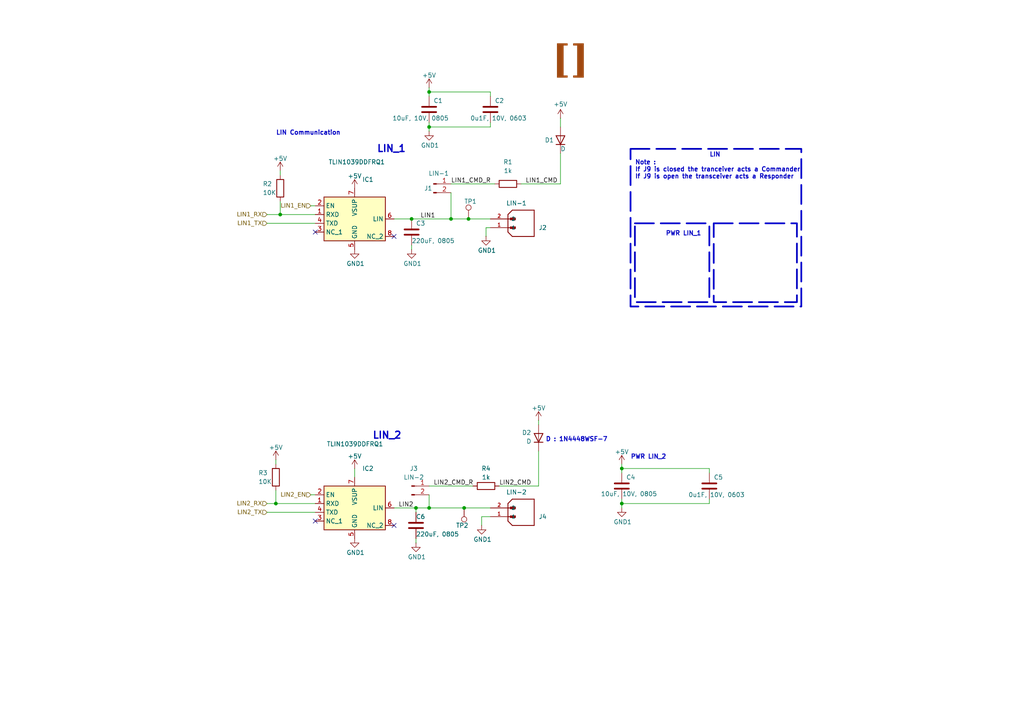
<source format=kicad_sch>
(kicad_sch (version 20231120) (generator "eeschema") (generator_version "8.0")
  (paper "A4")
  (title_block (title "Rapid-Core") (date "2024-09-09") (rev "1.0.1"))
  (lib_symbols
    (symbol "+5V_1" (power) (pin_numbers hide) (pin_names (offset 0) hide)
      (property "Value" "+5V" (at 0 3.556 0))
      (symbol "+5V_1_0_1"
        (polyline (pts (xy -0.762 1.27) (xy 0 2.54)))
        (polyline (pts (xy 0 0) (xy 0 2.54)))
        (polyline (pts (xy 0 2.54) (xy 0.762 1.27)))
      )
      (symbol "+5V_1_1_1"
        (pin power_in line (at 0 0 90) (length 0) (name "~") (number "1"))
      )
    )
    (symbol "0530480210_2pin_P1.25_PicoBlade:530480210" (pin_names (offset 1.016))
      (property "Reference" "J" (at 0 3.81 0))
      (property "Value" "530480210" (at 0 -7.62 0))
      (symbol "530480210_0_0"
        (polyline (pts (xy 0 -3.81) (xy 1.27 -5.08)) (stroke (width 0.254)))
        (polyline (pts (xy 0 -2.54) (xy 1.905 -2.54)) (stroke (width 0.254)))
        (polyline (pts (xy 0 0) (xy 1.905 0)) (stroke (width 0.254)))
        (polyline (pts (xy 0 1.27) (xy 0 -3.81)) (stroke (width 0.254)))
        (polyline (pts (xy 0 1.27) (xy 1.27 2.54)) (stroke (width 0.254)))
        (polyline (pts (xy 1.27 -5.08) (xy 7.62 -5.08)) (stroke (width 0.254)))
        (polyline (pts (xy 7.62 -5.08) (xy 7.62 2.54)) (stroke (width 0.254)))
        (polyline (pts (xy 7.62 2.54) (xy 1.27 2.54)) (stroke (width 0.254)))
        (rectangle (start 0.635 -2.8575) (end 2.2225 -2.2225) (stroke (width 0.1)) (fill (type outline)))
        (rectangle (start 0.635 -0.3175) (end 2.2225 0.3175) (stroke (width 0.1)) (fill (type outline)))
        (pin passive line (at -5.08 0 0) (length 5.08) (name "1") (number "1"))
        (pin passive line (at -5.08 -2.54 0) (length 5.08) (name "2") (number "2"))
      )
    )
    (symbol "Connector:Conn_01x02_Pin" (pin_names (offset 1.016) hide)
      (property "Reference" "J" (at 0 2.54 0))
      (property "Value" "Conn_01x02_Pin" (at 0 -5.08 0))
      (symbol "Conn_01x02_Pin_1_1"
        (polyline (pts (xy 1.27 -2.54) (xy 0.8636 -2.54)) (stroke (width 0.1524)))
        (polyline (pts (xy 1.27 0) (xy 0.8636 0)) (stroke (width 0.1524)))
        (rectangle (start 0.8636 -2.413) (end 0 -2.667) (stroke (width 0.1524)) (fill (type outline)))
        (rectangle (start 0.8636 0.127) (end 0 -0.127) (stroke (width 0.1524)) (fill (type outline)))
        (pin passive line (at 5.08 0 180) (length 3.81) (name "Pin_1") (number "1"))
        (pin passive line (at 5.08 -2.54 180) (length 3.81) (name "Pin_2") (number "2"))
      )
    )
    (symbol "Connector:TestPoint" (pin_numbers hide) (pin_names (offset 0.762) hide)
      (property "Reference" "TP" (at 0 6.858 0))
      (property "Value" "TestPoint" (at 0 5.08 0))
      (symbol "TestPoint_0_1"
        (circle (center 0 3.302) (radius 0.762))
      )
      (symbol "TestPoint_1_1"
        (pin passive line (at 0 0 90) (length 2.54) (name "1") (number "1"))
      )
    )
    (symbol "Device:C" (pin_numbers hide) (pin_names (offset 0.254))
      (property "Reference" "C" (at 0.635 2.54 0))
      (property "Value" "C" (at 0.635 -2.54 0))
      (symbol "C_0_1"
        (polyline (pts (xy -2.032 -0.762) (xy 2.032 -0.762)) (stroke (width 0.508)))
        (polyline (pts (xy -2.032 0.762) (xy 2.032 0.762)) (stroke (width 0.508)))
      )
      (symbol "C_1_1"
        (pin passive line (at 0 3.81 270) (length 2.794) (name "~") (number "1"))
        (pin passive line (at 0 -3.81 90) (length 2.794) (name "~") (number "2"))
      )
    )
    (symbol "Device:D" (pin_numbers hide) (pin_names (offset 1.016) hide)
      (property "Reference" "D" (at 0 2.54 0))
      (property "Value" "D" (at 0 -2.54 0))
      (symbol "D_0_1"
        (polyline (pts (xy -1.27 1.27) (xy -1.27 -1.27)) (stroke (width 0.254)))
        (polyline (pts (xy 1.27 0) (xy -1.27 0)))
        (polyline (pts (xy 1.27 1.27) (xy 1.27 -1.27) (xy -1.27 0) (xy 1.27 1.27)) (stroke (width 0.254)))
      )
      (symbol "D_1_1"
        (pin passive line (at -3.81 0 0) (length 2.54) (name "K") (number "1"))
        (pin passive line (at 3.81 0 180) (length 2.54) (name "A") (number "2"))
      )
    )
    (symbol "Device:R" (pin_numbers hide) (pin_names (offset 0))
      (property "Reference" "R" (at 2.032 0 90))
      (property "Value" "R" (at 0 0 90))
      (symbol "R_0_1"
        (rectangle (start -1.016 -2.54) (end 1.016 2.54) (stroke (width 0.254)))
      )
      (symbol "R_1_1"
        (pin passive line (at 0 3.81 270) (length 1.27) (name "~") (number "1"))
        (pin passive line (at 0 -3.81 90) (length 1.27) (name "~") (number "2"))
      )
    )
    (symbol "GND1_1" (power) (pin_numbers hide) (pin_names (offset 0) hide)
      (property "Value" "GND1" (at 0 -3.81 0))
      (symbol "GND1_1_0_1"
        (polyline (pts (xy 0 0) (xy 0 -1.27) (xy 1.27 -1.27) (xy 0 -2.54) (xy -1.27 -1.27) (xy 0 -1.27)))
      )
      (symbol "GND1_1_1_1"
        (pin power_in line (at 0 0 270) (length 0) (name "~") (number "1"))
      )
    )
    (symbol "TLIN1039DDFRQ1:TLIN1039DDFRQ1"
      (property "Reference" "IC" (at 24.13 7.62 0))
      (property "Value" "TLIN1039DDFRQ1" (at 24.13 5.08 0))
      (symbol "TLIN1039DDFRQ1_1_1"
        (rectangle (start -8.89 6.35) (end 8.89 -6.35) (stroke (width 0.254)) (fill (type background)))
        (pin passive line (at -11.43 1.27 0) (length 2.54) (name "RXD") (number "1"))
        (pin passive line (at -11.43 3.81 0) (length 2.54) (name "EN") (number "2"))
        (pin passive line (at -11.43 -3.81 0) (length 2.54) (name "NC_1") (number "3"))
        (pin passive line (at -11.43 -1.27 0) (length 2.54) (name "TXD") (number "4"))
        (pin passive line (at 0 -8.89 90) (length 2.54) (name "GND") (number "5"))
        (pin passive line (at 11.43 0 180) (length 2.54) (name "LIN") (number "6"))
        (pin passive line (at 0 8.89 270) (length 2.54) (name "VSUP") (number "7"))
        (pin passive line (at 11.43 -5.08 180) (length 2.54) (name "NC_2") (number "8"))
      )
    )
  )
  (junction (at 134.62 147.32))
  (junction (at 81.28 62.23))
  (junction (at 124.46 147.32))
  (junction (at 130.81 63.5))
  (junction (at 120.65 147.32))
  (junction (at 124.46 36.83))
  (junction (at 180.34 135.89))
  (junction (at 119.38 63.5))
  (junction (at 124.46 26.67))
  (junction (at 135.89 63.5))
  (junction (at 80.01 146.05))
  (junction (at 180.34 146.05))
  (no_connect (at 114.3 68.58))
  (no_connect (at 91.44 67.31))
  (no_connect (at 114.3 152.4))
  (no_connect (at 91.44 151.13))
  (wire (pts (xy 180.34 135.89) (xy 180.34 137.16)))
  (wire (pts (xy 162.56 34.29) (xy 162.56 36.83)))
  (wire (pts (xy 205.74 135.89) (xy 205.74 137.16)))
  (wire (pts (xy 162.56 44.45) (xy 162.56 53.34)))
  (wire (pts (xy 102.87 135.89) (xy 102.87 138.43)))
  (wire (pts (xy 77.47 146.05) (xy 80.01 146.05)))
  (wire (pts (xy 120.65 156.21) (xy 120.65 157.48)))
  (wire (pts (xy 130.81 63.5) (xy 135.89 63.5)))
  (wire (pts (xy 151.13 53.34) (xy 162.56 53.34)))
  (wire (pts (xy 124.46 143.51) (xy 124.46 147.32)))
  (wire (pts (xy 140.97 66.04) (xy 142.24 66.04)))
  (wire (pts (xy 120.65 148.59) (xy 120.65 147.32)))
  (wire (pts (xy 124.46 147.32) (xy 134.62 147.32)))
  (wire (pts (xy 180.34 135.89) (xy 205.74 135.89)))
  (wire (pts (xy 90.17 59.69) (xy 91.44 59.69)))
  (wire (pts (xy 124.46 140.97) (xy 137.16 140.97)))
  (wire (pts (xy 180.34 134.62) (xy 180.34 135.89)))
  (wire (pts (xy 80.01 142.24) (xy 80.01 146.05)))
  (wire (pts (xy 80.01 146.05) (xy 91.44 146.05)))
  (wire (pts (xy 124.46 26.67) (xy 124.46 27.94)))
  (wire (pts (xy 124.46 36.83) (xy 124.46 35.56)))
  (wire (pts (xy 180.34 146.05) (xy 180.34 144.78)))
  (wire (pts (xy 142.24 36.83) (xy 142.24 35.56)))
  (wire (pts (xy 205.74 146.05) (xy 205.74 144.78)))
  (wire (pts (xy 130.81 53.34) (xy 143.51 53.34)))
  (wire (pts (xy 135.89 63.5) (xy 142.24 63.5)))
  (wire (pts (xy 124.46 38.1) (xy 124.46 36.83)))
  (wire (pts (xy 114.3 63.5) (xy 119.38 63.5)))
  (wire (pts (xy 180.34 146.05) (xy 205.74 146.05)))
  (wire (pts (xy 119.38 71.12) (xy 119.38 72.39)))
  (wire (pts (xy 114.3 147.32) (xy 120.65 147.32)))
  (wire (pts (xy 81.28 62.23) (xy 91.44 62.23)))
  (wire (pts (xy 139.7 149.86) (xy 139.7 152.4)))
  (wire (pts (xy 77.47 64.77) (xy 91.44 64.77)))
  (wire (pts (xy 139.7 149.86) (xy 142.24 149.86)))
  (wire (pts (xy 124.46 26.67) (xy 142.24 26.67)))
  (wire (pts (xy 180.34 147.32) (xy 180.34 146.05)))
  (wire (pts (xy 156.21 140.97) (xy 156.21 130.81)))
  (wire (pts (xy 144.78 140.97) (xy 156.21 140.97)))
  (wire (pts (xy 142.24 26.67) (xy 142.24 27.94)))
  (wire (pts (xy 91.44 143.51) (xy 90.17 143.51)))
  (wire (pts (xy 77.47 62.23) (xy 81.28 62.23)))
  (wire (pts (xy 156.21 121.92) (xy 156.21 123.19)))
  (wire (pts (xy 77.47 148.59) (xy 91.44 148.59)))
  (wire (pts (xy 81.28 58.42) (xy 81.28 62.23)))
  (wire (pts (xy 80.01 134.62) (xy 80.01 133.35)))
  (wire (pts (xy 120.65 147.32) (xy 124.46 147.32)))
  (wire (pts (xy 124.46 25.4) (xy 124.46 26.67)))
  (wire (pts (xy 124.46 36.83) (xy 142.24 36.83)))
  (wire (pts (xy 119.38 63.5) (xy 130.81 63.5)))
  (wire (pts (xy 81.28 50.8) (xy 81.28 49.53)))
  (wire (pts (xy 130.81 55.88) (xy 130.81 63.5)))
  (wire (pts (xy 134.62 147.32) (xy 142.24 147.32)))
  (wire (pts (xy 140.97 66.04) (xy 140.97 68.58)))
  (rectangle (start 182.88 43.18) (end 232.41 88.9) (stroke (width 0.5) (type dash)))
  (rectangle (start 184.15 64.77) (end 205.74 87.63) (stroke (width 0.5) (type dash)))
  (rectangle (start 207.01 64.77) (end 231.14 87.63) (stroke (width 0.5) (type dash)))
  (text "LIN" (at 205.74 45.72 0) (effects (font (size 1.27 1.27) (thickness 0.254) (bold yes)) (justify left bottom)))
  (text "PWR LIN_2" (at 182.88 133.35 0) (effects (font (size 1.27 1.27) (bold yes)) (justify left bottom)))
  (text "Note :\nIf J9 is closed the tranceiver acts a Commander\nIf J9 is open the transceiver acts a Responder" (at 184.15 52.07 0) (effects (font (size 1.27 1.27) (bold yes)) (justify left bottom)))
  (text "D : 1N4448WSF-7" (at 158.242 128.27 0) (effects (font (size 1.27 1.27) (thickness 0.254) (bold yes)) (justify left bottom)))
  (text "PWR LIN_1" (at 193.04 68.58 0) (effects (font (size 1.27 1.27) (bold yes)) (justify left bottom)))
  (text "[${#}] ${SHEETNAME}" (at 167.386 20.066 0) (effects (font (size 8 8) (thickness 0.254) (bold yes))))
  (text "LIN Communication\n" (at 80.01 39.37 0) (effects (font (size 1.27 1.27) (thickness 0.254) (bold yes)) (justify left bottom)))
  (text "LIN_2\n\n" (at 107.95 130.81 0) (effects (font (size 2 2) (thickness 0.4) (bold yes)) (justify left bottom)))
  (text "LIN_1\n" (at 109.22 44.45 0) (effects (font (size 2 2) (thickness 0.4) (bold yes)) (justify left bottom)))
  (label "LIN2_CMD" (at 144.78 140.97 0))
  (label "LIN1" (at 121.92 63.5 0))
  (label "LIN1_CMD_R" (at 130.81 53.34 0))
  (label "LIN2_CMD_R" (at 125.73 140.97 0))
  (label "LIN1_CMD" (at 152.4 53.34 0))
  (label "LIN2" (at 115.57 147.32 0))
  (hierarchical_label "LIN1_RX" (shape input) (at 77.47 62.23 180))
  (hierarchical_label "LIN2_TX" (shape input) (at 77.47 148.59 180))
  (hierarchical_label "LIN2_EN" (shape input) (at 90.17 143.51 180))
  (hierarchical_label "LIN1_TX" (shape input) (at 77.47 64.77 180))
  (hierarchical_label "LIN2_RX" (shape input) (at 77.47 146.05 180))
  (hierarchical_label "LIN1_EN" (shape input) (at 90.17 59.69 180))
  (symbol (lib_id "Device:C") (at 124.46 31.75 0) (unit 1)
    (property "Reference" "C1" (at 125.73 29.21 0) (effects (justify left)))
    (property "Value" "10uF, 10V, 0805" (at 113.792 34.29 0) (effects (justify left)))
    (property "Footprint" "Capacitor_SMD:C_0805_2012Metric_Pad1.18x1.45mm_HandSolder" (effects (hide yes)))
  )
  (symbol (lib_id "Device:D") (at 156.21 127 90) (unit 1)
    (property "Reference" "D2" (at 151.384 125.476 90) (effects (justify right)))
    (property "Value" "D" (at 152.654 128.016 90) (effects (justify right)))
    (property "Footprint" "Diode_SMD:D_SOD-323_HandSoldering" (effects (hide yes)))
    (property "Sim.Device" "D" (effects (hide yes)))
    (property "Sim.Pins" "1=K 2=A" (effects (hide yes)))
  )
  (symbol (lib_id "Connector:Conn_01x02_Pin") (at 119.38 140.97 0) (unit 1)
    (property "Reference" "J3" (at 120.015 135.89 0))
    (property "Value" "LIN-2" (at 120.015 138.43 0))
    (property "Footprint" "Connector_PinHeader_2.54mm:PinHeader_1x02_P2.54mm_Vertical" (effects (hide yes)))
    (property "Description" "Generic connector, single row, 01x02, script generated" (effects (hide yes)))
  )
  (symbol (lib_name "+5V_1") (lib_id "power:+5V") (at 156.21 121.92 0) (unit 1)
    (property "Reference" "#PWR09" (effects (hide yes)))
    (property "Value" "+5V" (at 156.21 118.364 0))
    (property "Description" "Power symbol creates a global label with name \"+5V\"" (effects (hide yes)))
  )
  (symbol (lib_name "GND1_1") (lib_id "power:GND1") (at 120.65 157.48 0) (unit 1)
    (property "Reference" "#PWR016" (effects (hide yes)))
    (property "Value" "GND1" (at 120.904 161.544 0))
    (property "Description" "Power symbol creates a global label with name \"GND1\" , ground" (effects (hide yes)))
  )
  (symbol (lib_id "Connector:TestPoint") (at 134.62 147.32 180) (unit 1)
    (property "Reference" "TP2" (at 135.89 152.4 0) (effects (justify left)))
    (property "Value" "TestPoint" (effects (hide yes)))
    (property "Footprint" "TestPoint:TestPoint_Pad_D1.0mm" (effects (hide yes)))
  )
  (symbol (lib_name "GND1_1") (lib_id "power:GND1") (at 119.38 72.39 0) (unit 1)
    (property "Reference" "#PWR08" (effects (hide yes)))
    (property "Value" "GND1" (at 119.634 76.454 0))
    (property "Description" "Power symbol creates a global label with name \"GND1\" , ground" (effects (hide yes)))
  )
  (symbol (lib_name "+5V_1") (lib_id "power:+5V") (at 124.46 25.4 0) (unit 1)
    (property "Reference" "#PWR01" (effects (hide yes)))
    (property "Value" "+5V" (at 124.46 21.844 0))
    (property "Description" "Power symbol creates a global label with name \"+5V\"" (effects (hide yes)))
  )
  (symbol (lib_name "+5V_1") (lib_id "power:+5V") (at 180.34 134.62 0) (unit 1)
    (property "Reference" "#PWR011" (effects (hide yes)))
    (property "Value" "+5V" (at 180.34 131.064 0))
    (property "Description" "Power symbol creates a global label with name \"+5V\"" (effects (hide yes)))
  )
  (symbol (lib_name "GND1_1") (lib_id "power:GND1") (at 180.34 147.32 0) (unit 1)
    (property "Reference" "#PWR013" (effects (hide yes)))
    (property "Value" "GND1" (at 180.594 151.384 0))
    (property "Description" "Power symbol creates a global label with name \"GND1\" , ground" (effects (hide yes)))
  )
  (symbol (lib_id "Connector:TestPoint") (at 135.89 63.5 0) (unit 1)
    (property "Reference" "TP1" (at 134.62 58.42 0) (effects (justify left)))
    (property "Value" "TestPoint" (effects (hide yes)))
    (property "Footprint" "TestPoint:TestPoint_Pad_D1.0mm" (effects (hide yes)))
  )
  (symbol (lib_name "GND1_1") (lib_id "power:GND1") (at 124.46 38.1 0) (unit 1)
    (property "Reference" "#PWR03" (effects (hide yes)))
    (property "Value" "GND1" (at 124.714 42.164 0))
    (property "Description" "Power symbol creates a global label with name \"GND1\" , ground" (effects (hide yes)))
  )
  (symbol (lib_id "Device:R") (at 80.01 138.43 0) (unit 1)
    (property "Reference" "R3" (at 74.93 137.16 0) (effects (justify left)))
    (property "Value" "10K" (at 74.93 139.7 0) (effects (justify left)))
    (property "Footprint" "Resistor_SMD:R_0805_2012Metric_Pad1.20x1.40mm_HandSolder" (effects (hide yes)))
  )
  (symbol (lib_name "GND1_1") (lib_id "power:GND1") (at 102.87 156.21 0) (unit 1)
    (property "Reference" "#PWR015" (effects (hide yes)))
    (property "Value" "GND1" (at 103.124 160.274 0))
    (property "Description" "Power symbol creates a global label with name \"GND1\" , ground" (effects (hide yes)))
  )
  (symbol (lib_id "Device:R") (at 81.28 54.61 0) (unit 1)
    (property "Reference" "R2" (at 76.2 53.34 0) (effects (justify left)))
    (property "Value" "10K" (at 76.2 55.88 0) (effects (justify left)))
    (property "Footprint" "Resistor_SMD:R_0805_2012Metric_Pad1.20x1.40mm_HandSolder" (effects (hide yes)))
  )
  (symbol (lib_id "0530480210_2pin_P1.25_PicoBlade:530480210") (at 147.32 66.04 0) (mirror x) (unit 1)
    (property "Reference" "J2" (at 156.21 66.0401 0) (effects (justify left)))
    (property "Value" "LIN-1" (at 146.812 58.928 0) (effects (justify left)))
    (property "Footprint" "0530480210_2pin_P1.25_PicoBlade:MOLEX_530480210" (effects (hide yes)))
    (property "PARTREV" "A" (effects (hide yes)))
    (property "STANDARD" "Manufacturer Recommendations" (effects (hide yes)))
    (property "MAXIMUM_PACKAGE_HEIGHT" "3.5 mm" (effects (hide yes)))
    (property "MANUFACTURER" "Molex" (effects (hide yes)))
  )
  (symbol (lib_id "Device:C") (at 120.65 152.4 0) (unit 1)
    (property "Reference" "C6" (at 120.65 149.86 0) (effects (justify left)))
    (property "Value" "220uF, 0805" (at 120.65 154.94 0) (effects (justify left)))
    (property "Footprint" "Capacitor_SMD:C_0805_2012Metric_Pad1.18x1.45mm_HandSolder" (effects (hide yes)))
  )
  (symbol (lib_id "Device:C") (at 119.38 67.31 0) (unit 1)
    (property "Reference" "C3" (at 120.65 64.77 0) (effects (justify left)))
    (property "Value" "220uF, 0805" (at 119.38 69.85 0) (effects (justify left)))
    (property "Footprint" "Capacitor_SMD:C_0805_2012Metric_Pad1.18x1.45mm_HandSolder" (effects (hide yes)))
  )
  (symbol (lib_id "Device:C") (at 205.74 140.97 0) (unit 1)
    (property "Reference" "C5" (at 207.01 138.43 0) (effects (justify left)))
    (property "Value" "0u1F, 10V, 0603" (at 199.644 143.51 0) (effects (justify left)))
    (property "Footprint" "Capacitor_SMD:C_0603_1608Metric_Pad1.08x0.95mm_HandSolder" (effects (hide yes)))
  )
  (symbol (lib_name "GND1_1") (lib_id "power:GND1") (at 102.87 72.39 0) (unit 1)
    (property "Reference" "#PWR07" (effects (hide yes)))
    (property "Value" "GND1" (at 103.124 76.454 0))
    (property "Description" "Power symbol creates a global label with name \"GND1\" , ground" (effects (hide yes)))
  )
  (symbol (lib_id "Device:R") (at 140.97 140.97 90) (unit 1)
    (property "Reference" "R4" (at 140.97 135.89 90))
    (property "Value" "1k" (at 140.97 138.43 90))
    (property "Footprint" "Resistor_SMD:R_0805_2012Metric_Pad1.20x1.40mm_HandSolder" (effects (hide yes)))
  )
  (symbol (lib_id "Device:R") (at 147.32 53.34 90) (unit 1)
    (property "Reference" "R1" (at 147.32 46.99 90))
    (property "Value" "1k" (at 147.32 49.53 90))
    (property "Footprint" "Resistor_SMD:R_0805_2012Metric_Pad1.20x1.40mm_HandSolder" (effects (hide yes)))
  )
  (symbol (lib_id "TLIN1039DDFRQ1:TLIN1039DDFRQ1") (at 102.87 63.5 0) (unit 1)
    (property "Reference" "IC1" (at 105.0641 52.07 0) (effects (justify left)))
    (property "Value" "TLIN1039DDFRQ1" (at 95.25 46.99 0) (effects (justify left)))
    (property "Footprint" "TLIN1039DDFRQ1:SOT65P280X110-8N" (effects (hide yes)))
    (property "Datasheet" "https://www.ti.com/product/TLIN1039-Q1" (effects (hide yes)))
    (property "Description" "LIN Transceivers" (effects (hide yes)))
    (property "Height" "1.1" (effects (hide yes)))
    (property "Mouser Part Number" "595-TLIN1039DDFRQ1" (effects (hide yes)))
    (property "Mouser Price/Stock" "https://www.mouser.co.uk/ProductDetail/Texas-Instruments/TLIN1039DDFRQ1?qs=Wj%2FVkw3K%252BMD9hUYD9G7BAg%3D%3D" (effects (hide yes)))
    (property "Manufacturer_Name" "Texas Instruments" (effects (hide yes)))
    (property "Manufacturer_Part_Number" "TLIN1039DDFRQ1" (effects (hide yes)))
  )
  (symbol (lib_id "0530480210_2pin_P1.25_PicoBlade:530480210") (at 147.32 149.86 0) (mirror x) (unit 1)
    (property "Reference" "J4" (at 156.21 149.8601 0) (effects (justify left)))
    (property "Value" "LIN-2" (at 146.812 142.748 0) (effects (justify left)))
    (property "Footprint" "0530480210_2pin_P1.25_PicoBlade:MOLEX_530480210" (effects (hide yes)))
    (property "PARTREV" "A" (effects (hide yes)))
    (property "STANDARD" "Manufacturer Recommendations" (effects (hide yes)))
    (property "MAXIMUM_PACKAGE_HEIGHT" "3.5 mm" (effects (hide yes)))
    (property "MANUFACTURER" "Molex" (effects (hide yes)))
  )
  (symbol (lib_id "Connector:Conn_01x02_Pin") (at 125.73 53.34 0) (unit 1)
    (property "Reference" "J1" (at 124.206 54.61 0))
    (property "Value" "LIN-1" (at 127.254 50.292 0))
    (property "Footprint" "Connector_PinHeader_2.54mm:PinHeader_1x02_P2.54mm_Vertical" (effects (hide yes)))
    (property "Description" "Generic connector, single row, 01x02, script generated" (effects (hide yes)))
  )
  (symbol (lib_name "+5V_1") (lib_id "power:+5V") (at 162.56 34.29 0) (unit 1)
    (property "Reference" "#PWR02" (effects (hide yes)))
    (property "Value" "+5V" (at 162.56 30.226 0))
    (property "Description" "Power symbol creates a global label with name \"+5V\"" (effects (hide yes)))
  )
  (symbol (lib_name "+5V_1") (lib_id "power:+5V") (at 81.28 49.53 0) (unit 1)
    (property "Reference" "#PWR04" (effects (hide yes)))
    (property "Value" "+5V" (at 81.28 45.974 0))
    (property "Description" "Power symbol creates a global label with name \"+5V\"" (effects (hide yes)))
  )
  (symbol (lib_id "TLIN1039DDFRQ1:TLIN1039DDFRQ1") (at 102.87 147.32 0) (unit 1)
    (property "Reference" "IC2" (at 105.0641 135.89 0) (effects (justify left)))
    (property "Value" "TLIN1039DDFRQ1" (at 94.742 128.778 0) (effects (justify left)))
    (property "Footprint" "TLIN1039DDFRQ1:SOT65P280X110-8N" (effects (hide yes)))
    (property "Datasheet" "https://www.ti.com/product/TLIN1039-Q1" (effects (hide yes)))
    (property "Description" "LIN Transceivers" (effects (hide yes)))
    (property "Height" "1.1" (effects (hide yes)))
    (property "Mouser Part Number" "595-TLIN1039DDFRQ1" (effects (hide yes)))
    (property "Mouser Price/Stock" "https://www.mouser.co.uk/ProductDetail/Texas-Instruments/TLIN1039DDFRQ1?qs=Wj%2FVkw3K%252BMD9hUYD9G7BAg%3D%3D" (effects (hide yes)))
    (property "Manufacturer_Name" "Texas Instruments" (effects (hide yes)))
    (property "Manufacturer_Part_Number" "TLIN1039DDFRQ1" (effects (hide yes)))
  )
  (symbol (lib_name "+5V_1") (lib_id "power:+5V") (at 80.01 133.35 0) (unit 1)
    (property "Reference" "#PWR010" (effects (hide yes)))
    (property "Value" "+5V" (at 80.01 129.794 0))
    (property "Description" "Power symbol creates a global label with name \"+5V\"" (effects (hide yes)))
  )
  (symbol (lib_name "GND1_1") (lib_id "power:GND1") (at 140.97 68.58 0) (unit 1)
    (property "Reference" "#PWR06" (effects (hide yes)))
    (property "Value" "GND1" (at 141.224 72.644 0))
    (property "Description" "Power symbol creates a global label with name \"GND1\" , ground" (effects (hide yes)))
  )
  (symbol (lib_id "Device:D") (at 162.56 40.64 90) (unit 1)
    (property "Reference" "D1" (at 157.988 40.64 90) (effects (justify right)))
    (property "Value" "D" (at 162.56 43.18 90) (effects (justify right)))
    (property "Footprint" "Diode_SMD:D_SOD-323_HandSoldering" (effects (hide yes)))
    (property "Sim.Device" "D" (effects (hide yes)))
    (property "Sim.Pins" "1=K 2=A" (effects (hide yes)))
  )
  (symbol (lib_name "GND1_1") (lib_id "power:GND1") (at 139.7 152.4 0) (unit 1)
    (property "Reference" "#PWR014" (effects (hide yes)))
    (property "Value" "GND1" (at 139.954 156.464 0))
    (property "Description" "Power symbol creates a global label with name \"GND1\" , ground" (effects (hide yes)))
  )
  (symbol (lib_id "Device:C") (at 180.34 140.97 0) (unit 1)
    (property "Reference" "C4" (at 181.61 138.43 0) (effects (justify left)))
    (property "Value" "10uF, 10V, 0805" (at 174.244 143.256 0) (effects (justify left)))
    (property "Footprint" "Capacitor_SMD:C_0805_2012Metric_Pad1.18x1.45mm_HandSolder" (effects (hide yes)))
  )
  (symbol (lib_id "Device:C") (at 142.24 31.75 0) (unit 1)
    (property "Reference" "C2" (at 143.51 29.21 0) (effects (justify left)))
    (property "Value" "0u1F, 10V, 0603" (at 136.398 34.29 0) (effects (justify left)))
    (property "Footprint" "Capacitor_SMD:C_0603_1608Metric_Pad1.08x0.95mm_HandSolder" (effects (hide yes)))
  )
  (symbol (lib_name "+5V_1") (lib_id "power:+5V") (at 102.87 54.61 0) (unit 1)
    (property "Reference" "#PWR05" (effects (hide yes)))
    (property "Value" "+5V" (at 102.87 51.054 0))
    (property "Description" "Power symbol creates a global label with name \"+5V\"" (effects (hide yes)))
  )
  (symbol (lib_name "+5V_1") (lib_id "power:+5V") (at 102.87 135.89 0) (unit 1)
    (property "Reference" "#PWR012" (effects (hide yes)))
    (property "Value" "+5V" (at 102.87 132.334 0))
    (property "Description" "Power symbol creates a global label with name \"+5V\"" (effects (hide yes)))
  )
)
</source>
